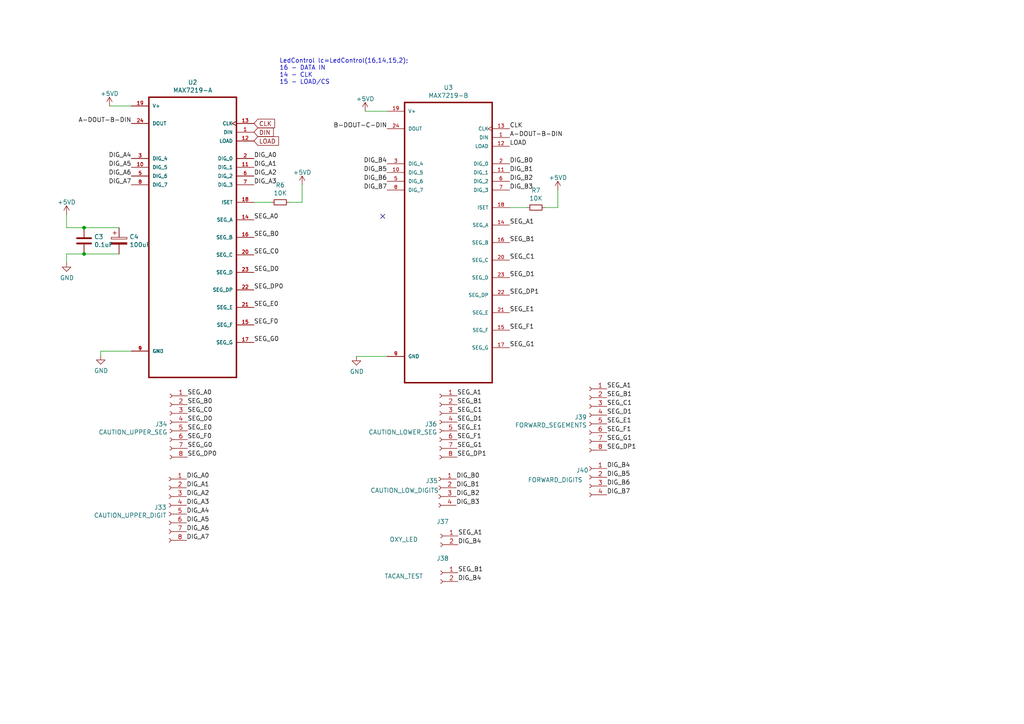
<source format=kicad_sch>
(kicad_sch (version 20211123) (generator eeschema)
  (paper "A4")
  (lib_symbols
    (symbol "Connector:Conn_01x02_Female" (pin_names (offset 1.016) hide)
      (property "Reference" "J" (at 0 2.54 0))
      (property "Value" "Conn_01x02_Female" (at 0 -5.08 0))
      (symbol "Conn_01x02_Female_1_1"
        (arc (start 0 -2.032) (mid -0.508 -2.54) (end 0 -3.048) (stroke (width 0.1524)))
        (polyline (pts (xy -1.27 -2.54) (xy -0.508 -2.54)) (stroke (width 0.1524)))
        (polyline (pts (xy -1.27 0) (xy -0.508 0)) (stroke (width 0.1524)))
        (arc (start 0 0.508) (mid -0.508 0) (end 0 -0.508) (stroke (width 0.1524)))
        (pin passive line (at -5.08 0 0) (length 3.81) (name "Pin_1") (number "1"))
        (pin passive line (at -5.08 -2.54 0) (length 3.81) (name "Pin_2") (number "2"))
      )
    )
    (symbol "Connector:Conn_01x04_Female" (pin_names (offset 1.016) hide)
      (property "Reference" "J" (at 0 5.08 0))
      (property "Value" "Conn_01x04_Female" (at 0 -7.62 0))
      (symbol "Conn_01x04_Female_1_1"
        (arc (start 0 -4.572) (mid -0.508 -5.08) (end 0 -5.588) (stroke (width 0.1524)))
        (arc (start 0 -2.032) (mid -0.508 -2.54) (end 0 -3.048) (stroke (width 0.1524)))
        (polyline (pts (xy -1.27 -5.08) (xy -0.508 -5.08)) (stroke (width 0.1524)))
        (polyline (pts (xy -1.27 -2.54) (xy -0.508 -2.54)) (stroke (width 0.1524)))
        (polyline (pts (xy -1.27 0) (xy -0.508 0)) (stroke (width 0.1524)))
        (polyline (pts (xy -1.27 2.54) (xy -0.508 2.54)) (stroke (width 0.1524)))
        (arc (start 0 0.508) (mid -0.508 0) (end 0 -0.508) (stroke (width 0.1524)))
        (arc (start 0 3.048) (mid -0.508 2.54) (end 0 2.032) (stroke (width 0.1524)))
        (pin passive line (at -5.08 2.54 0) (length 3.81) (name "Pin_1") (number "1"))
        (pin passive line (at -5.08 0 0) (length 3.81) (name "Pin_2") (number "2"))
        (pin passive line (at -5.08 -2.54 0) (length 3.81) (name "Pin_3") (number "3"))
        (pin passive line (at -5.08 -5.08 0) (length 3.81) (name "Pin_4") (number "4"))
      )
    )
    (symbol "Connector:Conn_01x08_Female" (pin_names (offset 1.016) hide)
      (property "Reference" "J" (at 0 10.16 0))
      (property "Value" "Conn_01x08_Female" (at 0 -12.7 0))
      (symbol "Conn_01x08_Female_1_1"
        (arc (start 0 -9.652) (mid -0.508 -10.16) (end 0 -10.668) (stroke (width 0.1524)))
        (arc (start 0 -7.112) (mid -0.508 -7.62) (end 0 -8.128) (stroke (width 0.1524)))
        (arc (start 0 -4.572) (mid -0.508 -5.08) (end 0 -5.588) (stroke (width 0.1524)))
        (arc (start 0 -2.032) (mid -0.508 -2.54) (end 0 -3.048) (stroke (width 0.1524)))
        (polyline (pts (xy -1.27 -10.16) (xy -0.508 -10.16)) (stroke (width 0.1524)))
        (polyline (pts (xy -1.27 -7.62) (xy -0.508 -7.62)) (stroke (width 0.1524)))
        (polyline (pts (xy -1.27 -5.08) (xy -0.508 -5.08)) (stroke (width 0.1524)))
        (polyline (pts (xy -1.27 -2.54) (xy -0.508 -2.54)) (stroke (width 0.1524)))
        (polyline (pts (xy -1.27 0) (xy -0.508 0)) (stroke (width 0.1524)))
        (polyline (pts (xy -1.27 2.54) (xy -0.508 2.54)) (stroke (width 0.1524)))
        (polyline (pts (xy -1.27 5.08) (xy -0.508 5.08)) (stroke (width 0.1524)))
        (polyline (pts (xy -1.27 7.62) (xy -0.508 7.62)) (stroke (width 0.1524)))
        (arc (start 0 0.508) (mid -0.508 0) (end 0 -0.508) (stroke (width 0.1524)))
        (arc (start 0 3.048) (mid -0.508 2.54) (end 0 2.032) (stroke (width 0.1524)))
        (arc (start 0 5.588) (mid -0.508 5.08) (end 0 4.572) (stroke (width 0.1524)))
        (arc (start 0 8.128) (mid -0.508 7.62) (end 0 7.112) (stroke (width 0.1524)))
        (pin passive line (at -5.08 7.62 0) (length 3.81) (name "Pin_1") (number "1"))
        (pin passive line (at -5.08 5.08 0) (length 3.81) (name "Pin_2") (number "2"))
        (pin passive line (at -5.08 2.54 0) (length 3.81) (name "Pin_3") (number "3"))
        (pin passive line (at -5.08 0 0) (length 3.81) (name "Pin_4") (number "4"))
        (pin passive line (at -5.08 -2.54 0) (length 3.81) (name "Pin_5") (number "5"))
        (pin passive line (at -5.08 -5.08 0) (length 3.81) (name "Pin_6") (number "6"))
        (pin passive line (at -5.08 -7.62 0) (length 3.81) (name "Pin_7") (number "7"))
        (pin passive line (at -5.08 -10.16 0) (length 3.81) (name "Pin_8") (number "8"))
      )
    )
    (symbol "Device:C" (pin_numbers hide) (pin_names (offset 0.254))
      (property "Reference" "C" (at 0.635 2.54 0))
      (property "Value" "C" (at 0.635 -2.54 0))
      (symbol "C_0_1"
        (polyline (pts (xy -2.032 -0.762) (xy 2.032 -0.762)) (stroke (width 0.508)))
        (polyline (pts (xy -2.032 0.762) (xy 2.032 0.762)) (stroke (width 0.508)))
      )
      (symbol "C_1_1"
        (pin passive line (at 0 3.81 270) (length 2.794) (name "~") (number "1"))
        (pin passive line (at 0 -3.81 90) (length 2.794) (name "~") (number "2"))
      )
    )
    (symbol "Device:R_Small" (pin_numbers hide) (pin_names (offset 0.254) hide)
      (property "Reference" "R" (at 0.762 0.508 0))
      (property "Value" "R_Small" (at 0.762 -1.016 0))
      (symbol "R_Small_0_1"
        (rectangle (start -0.762 1.778) (end 0.762 -1.778) (stroke (width 0.2032)))
      )
      (symbol "R_Small_1_1"
        (pin passive line (at 0 2.54 270) (length 0.762) (name "~") (number "1"))
        (pin passive line (at 0 -2.54 90) (length 0.762) (name "~") (number "2"))
      )
    )
    (symbol "OH---UIP---Led-Distribution-rescue:CP-Device" (pin_numbers hide) (pin_names (offset 0.254))
      (property "Reference" "C" (at 0.635 2.54 0))
      (property "Value" "CP-Device" (at 0.635 -2.54 0))
      (symbol "CP-Device_0_1"
        (rectangle (start -2.286 0.508) (end 2.286 1.016))
        (polyline (pts (xy -1.778 2.286) (xy -0.762 2.286)))
        (polyline (pts (xy -1.27 2.794) (xy -1.27 1.778)))
        (rectangle (start 2.286 -0.508) (end -2.286 -1.016) (fill (type outline)))
      )
      (symbol "CP-Device_1_1"
        (pin passive line (at 0 3.81 270) (length 2.794) (name "~") (number "1"))
        (pin passive line (at 0 -3.81 90) (length 2.794) (name "~") (number "2"))
      )
    )
    (symbol "OH---UIP---Led-Distribution-rescue:MAX7219ENG-MAX7219ENG-Max7219-rescue" (pin_names (offset 1.016))
      (property "Reference" "U" (at -12.7 41.6306 0))
      (property "Value" "OH---UIP---Led-Distribution-rescue_MAX7219ENG-MAX7219ENG-Max7219-rescue" (at -12.7 -44.6278 0))
      (symbol "MAX7219ENG-MAX7219ENG-Max7219-rescue_0_0"
        (polyline (pts (xy -12.7 -40.64) (xy -12.7 40.64)) (stroke (width 0.4064)))
        (polyline (pts (xy -12.7 40.64) (xy 12.7 40.64)) (stroke (width 0.4064)))
        (polyline (pts (xy 12.7 -40.64) (xy -12.7 -40.64)) (stroke (width 0.4064)))
        (polyline (pts (xy 12.7 40.64) (xy 12.7 -40.64)) (stroke (width 0.4064)))
        (pin input line (at -17.78 30.48 0) (length 5.08) (name "DIN") (number "1"))
        (pin bidirectional line (at 17.78 20.32 180) (length 5.08) (name "DIG_5") (number "10"))
        (pin bidirectional line (at -17.78 20.32 0) (length 5.08) (name "DIG_1") (number "11"))
        (pin input line (at -17.78 27.94 0) (length 5.08) (name "LOAD") (number "12"))
        (pin input clock (at -17.78 33.02 0) (length 5.08) (name "CLK") (number "13"))
        (pin bidirectional line (at -17.78 5.08 0) (length 5.08) (name "SEG_A") (number "14"))
        (pin bidirectional line (at -17.78 -25.4 0) (length 5.08) (name "SEG_F") (number "15"))
        (pin bidirectional line (at -17.78 0 0) (length 5.08) (name "SEG_B") (number "16"))
        (pin bidirectional line (at -17.78 -30.48 0) (length 5.08) (name "SEG_G") (number "17"))
        (pin bidirectional line (at -17.78 10.16 0) (length 5.08) (name "ISET") (number "18"))
        (pin power_in line (at 17.78 38.1 180) (length 5.08) (name "V+") (number "19"))
        (pin bidirectional line (at -17.78 22.86 0) (length 5.08) (name "DIG_0") (number "2"))
        (pin bidirectional line (at -17.78 -5.08 0) (length 5.08) (name "SEG_C") (number "20"))
        (pin bidirectional line (at -17.78 -20.32 0) (length 5.08) (name "SEG_E") (number "21"))
        (pin bidirectional line (at -17.78 -15.24 0) (length 5.08) (name "SEG_DP") (number "22"))
        (pin bidirectional line (at -17.78 -10.16 0) (length 5.08) (name "SEG_D") (number "23"))
        (pin output line (at 17.78 33.02 180) (length 5.08) (name "DOUT") (number "24"))
        (pin bidirectional line (at 17.78 22.86 180) (length 5.08) (name "DIG_4") (number "3"))
        (pin power_in line (at 17.78 -33.02 180) (length 5.08) (name "GND") (number "4"))
        (pin bidirectional line (at 17.78 17.78 180) (length 5.08) (name "DIG_6") (number "5"))
        (pin bidirectional line (at -17.78 17.78 0) (length 5.08) (name "DIG_2") (number "6"))
        (pin bidirectional line (at -17.78 15.24 0) (length 5.08) (name "DIG_3") (number "7"))
        (pin bidirectional line (at 17.78 15.24 180) (length 5.08) (name "DIG_7") (number "8"))
        (pin power_in line (at 17.78 -33.02 180) (length 5.08) (name "GND") (number "9"))
      )
    )
    (symbol "power:+5VD" (power) (pin_names (offset 0))
      (property "Value" "+5VD" (at 0 3.556 0))
      (symbol "+5VD_0_1"
        (polyline (pts (xy -0.762 1.27) (xy 0 2.54)))
        (polyline (pts (xy 0 0) (xy 0 2.54)))
        (polyline (pts (xy 0 2.54) (xy 0.762 1.27)))
      )
      (symbol "+5VD_1_1"
        (pin power_in line (at 0 0 90) (length 0) hide (name "+5VD") (number "1"))
      )
    )
    (symbol "power:GND" (power) (pin_names (offset 0))
      (property "Value" "GND" (at 0 -3.81 0))
      (symbol "GND_0_1"
        (polyline (pts (xy 0 0) (xy 0 -1.27) (xy 1.27 -1.27) (xy 0 -2.54) (xy -1.27 -1.27) (xy 0 -1.27)))
      )
      (symbol "GND_1_1"
        (pin power_in line (at 0 0 270) (length 0) hide (name "GND") (number "1"))
      )
    )
  )
  (junction (at 24.384 73.66))
  (junction (at 24.384 66.04))
  (no_connect (at 110.998 62.738))
  (wire (pts (xy 105.918 32.258) (xy 112.268 32.258)))
  (wire (pts (xy 38.1 101.854) (xy 29.21 101.854)))
  (wire (pts (xy 87.63 58.674) (xy 87.63 53.594)))
  (wire (pts (xy 73.66 58.674) (xy 78.74 58.674)))
  (wire (pts (xy 112.268 103.378) (xy 103.378 103.378)))
  (wire (pts (xy 19.304 66.04) (xy 24.384 66.04)))
  (wire (pts (xy 161.798 60.198) (xy 161.798 55.118)))
  (wire (pts (xy 29.21 101.854) (xy 29.21 103.124)))
  (wire (pts (xy 34.544 73.66) (xy 24.384 73.66)))
  (wire (pts (xy 34.544 66.04) (xy 24.384 66.04)))
  (wire (pts (xy 31.75 30.734) (xy 38.1 30.734)))
  (wire (pts (xy 19.304 73.66) (xy 19.304 76.2)))
  (wire (pts (xy 19.304 62.23) (xy 19.304 66.04)))
  (wire (pts (xy 83.82 58.674) (xy 87.63 58.674)))
  (wire (pts (xy 157.988 60.198) (xy 161.798 60.198)))
  (wire (pts (xy 147.828 60.198) (xy 152.908 60.198)))
  (wire (pts (xy 24.384 73.66) (xy 19.304 73.66)))
  (text "LedControl lc=LedControl(16,14,15,2);\n16 - DATA IN\n14 - CLK\n15 - LOAD/CS" (at 81.026 24.638 0) (effects (font (size 1.27 1.27)) (justify left bottom)))
  (label "SEG_G0" (at 54.356 130.048 0))
  (label "DIG_A0" (at 54.102 138.938 0))
  (label "DIG_A5" (at 38.1 48.514 180))
  (label "DIG_A2" (at 73.66 51.054 0))
  (label "SEG_F0" (at 54.356 127.508 0))
  (label "DIG_A1" (at 73.66 48.514 0))
  (label "DIG_B2" (at 132.334 144.018 0))
  (label "DIG_A7" (at 54.102 156.718 0))
  (label "SEG_A1" (at 132.588 114.808 0))
  (label "DIG_B4" (at 132.842 168.656 0))
  (label "DIG_A4" (at 54.102 149.098 0))
  (label "DIG_B5" (at 112.268 50.038 180))
  (label "SEG_B1" (at 176.022 115.316 0))
  (label "SEG_D1" (at 176.022 120.396 0))
  (label "A-DOUT-B-DIN" (at 147.828 39.878 0))
  (label "DIG_B3" (at 147.828 55.118 0))
  (label "SEG_E1" (at 132.588 124.968 0))
  (label "SEG_G0" (at 73.66 99.314 0))
  (label "DIG_B7" (at 176.022 143.51 0))
  (label "SEG_B1" (at 132.588 117.348 0))
  (label "DIG_A6" (at 54.102 154.178 0))
  (label "DIG_A5" (at 54.102 151.638 0))
  (label "SEG_C0" (at 54.356 119.888 0))
  (label "SEG_A1" (at 176.022 112.776 0))
  (label "DIG_B6" (at 112.268 52.578 180))
  (label "DIG_B0" (at 132.334 138.938 0))
  (label "DIG_B3" (at 132.334 146.558 0))
  (label "SEG_A0" (at 73.66 63.754 0))
  (label "SEG_B1" (at 132.842 166.116 0))
  (label "SEG_D1" (at 132.588 122.428 0))
  (label "B-DOUT-C-DIN" (at 112.268 37.338 180))
  (label "SEG_F1" (at 176.022 125.476 0))
  (label "LOAD" (at 147.828 42.418 0))
  (label "DIG_A4" (at 38.1 45.974 180))
  (label "SEG_C0" (at 73.66 73.914 0))
  (label "DIG_A3" (at 73.66 53.594 0))
  (label "DIG_A0" (at 73.66 45.974 0))
  (label "SEG_D1" (at 147.828 80.518 0))
  (label "SEG_F1" (at 132.588 127.508 0))
  (label "SEG_E1" (at 176.022 122.936 0))
  (label "DIG_A7" (at 38.1 53.594 180))
  (label "DIG_B7" (at 112.268 55.118 180))
  (label "DIG_B4" (at 112.268 47.498 180))
  (label "DIG_B2" (at 147.828 52.578 0))
  (label "SEG_E1" (at 147.828 90.678 0))
  (label "SEG_DP1" (at 132.588 132.588 0))
  (label "SEG_B0" (at 73.66 68.834 0))
  (label "DIG_A2" (at 54.102 144.018 0))
  (label "DIG_B5" (at 176.022 138.43 0))
  (label "SEG_G1" (at 147.828 100.838 0))
  (label "SEG_DP1" (at 147.828 85.598 0))
  (label "DIG_A3" (at 54.102 146.558 0))
  (label "SEG_A1" (at 132.842 155.448 0))
  (label "SEG_DP1" (at 176.022 130.556 0))
  (label "SEG_F0" (at 73.66 94.234 0))
  (label "SEG_B1" (at 147.828 70.358 0))
  (label "DIG_B6" (at 176.022 140.97 0))
  (label "CLK" (at 147.828 37.338 0))
  (label "SEG_DP0" (at 73.66 84.074 0))
  (label "SEG_F1" (at 147.828 95.758 0))
  (label "SEG_C1" (at 132.588 119.888 0))
  (label "DIG_A6" (at 38.1 51.054 180))
  (label "SEG_B0" (at 54.356 117.348 0))
  (label "SEG_G1" (at 132.588 130.048 0))
  (label "DIG_B1" (at 147.828 50.038 0))
  (label "SEG_A1" (at 147.828 65.278 0))
  (label "DIG_A1" (at 54.102 141.478 0))
  (label "SEG_E0" (at 54.356 124.968 0))
  (label "DIG_B0" (at 147.828 47.498 0))
  (label "DIG_B1" (at 132.334 141.478 0))
  (label "DIG_B4" (at 176.022 135.89 0))
  (label "SEG_A0" (at 54.356 114.808 0))
  (label "SEG_C1" (at 176.022 117.856 0))
  (label "SEG_D0" (at 54.356 122.428 0))
  (label "SEG_G1" (at 176.022 128.016 0))
  (label "DIG_B4" (at 132.842 157.988 0))
  (label "SEG_DP0" (at 54.356 132.588 0))
  (label "SEG_C1" (at 147.828 75.438 0))
  (label "SEG_E0" (at 73.66 89.154 0))
  (label "A-DOUT-B-DIN" (at 38.1 35.814 180))
  (label "SEG_D0" (at 73.66 78.994 0))
  (global_label "CLK" (shape input) (at 73.66 35.814 0) (property "Intersheet References" "${INTERSHEET_REFS}" (effects hide)))
  (global_label "LOAD" (shape input) (at 73.66 40.894 0) (property "Intersheet References" "${INTERSHEET_REFS}" (effects hide)))
  (global_label "DIN" (shape input) (at 73.66 38.354 0) (property "Intersheet References" "${INTERSHEET_REFS}" (effects hide)))
  (symbol (lib_id "Connector:Conn_01x04_Female") (at 127.254 141.478 0) (mirror y) (unit 1)
    (property "Reference" "J35" (at 125.222 139.446 0))
    (property "Value" "CAUTION_LOW_DIGITS" (at 117.348 142.24 0))
    (property "Footprint" "Connector_Molex:Molex_KK-254_AE-6410-04A_1x04_P2.54mm_Vertical" (effects hide))
  )
  (symbol (lib_id "power:+5VD") (at 161.798 55.118 0) (unit 1)
    (property "Reference" "#PWR051" (effects hide))
    (property "Value" "+5VD" (at 161.798 51.5422 0))
  )
  (symbol (lib_id "Connector:Conn_01x08_Female") (at 170.942 120.396 0) (mirror y) (unit 1)
    (property "Reference" "J39" (at 170.2308 121.0056 0) (effects (justify left)))
    (property "Value" "FORWARD_SEGEMENTS" (at 170.2308 123.317 0) (effects (justify left)))
    (property "Footprint" "Connector_Molex:Molex_KK-254_AE-6410-08A_1x08_P2.54mm_Vertical" (effects hide))
  )
  (symbol (lib_id "Connector:Conn_01x08_Female") (at 49.022 146.558 0) (mirror y) (unit 1)
    (property "Reference" "J33" (at 48.3108 147.1676 0) (effects (justify left)))
    (property "Value" "CAUTION_UPPER_DIGIT" (at 48.3108 149.479 0) (effects (justify left)))
    (property "Footprint" "Connector_Molex:Molex_KK-254_AE-6410-08A_1x08_P2.54mm_Vertical" (effects hide))
  )
  (symbol (lib_id "Device:R_Small") (at 81.28 58.674 270) (unit 1)
    (property "Reference" "R6" (at 81.28 53.6956 90))
    (property "Value" "10K" (at 81.28 56.007 90))
    (property "Footprint" "Resistor_THT:R_Axial_DIN0204_L3.6mm_D1.6mm_P2.54mm_Vertical" (effects hide))
  )
  (symbol (lib_id "power:+5VD") (at 31.75 30.734 0) (unit 1)
    (property "Reference" "#PWR047" (effects hide))
    (property "Value" "+5VD" (at 31.75 27.1582 0))
  )
  (symbol (lib_id "Connector:Conn_01x02_Female") (at 127.762 166.116 0) (mirror y) (unit 1)
    (property "Reference" "J38" (at 128.397 161.959 0))
    (property "Value" "TACAN_TEST" (at 117.094 167.132 0))
    (property "Footprint" "Connector_Molex:Molex_KK-254_AE-6410-02A_1x02_P2.54mm_Vertical" (effects hide))
  )
  (symbol (lib_id "power:GND") (at 29.21 103.124 0) (unit 1)
    (property "Reference" "#PWR046" (effects hide))
    (property "Value" "GND" (at 29.337 107.5182 0))
  )
  (symbol (lib_id "power:GND") (at 19.304 76.2 0) (unit 1)
    (property "Reference" "#PWR045" (effects hide))
    (property "Value" "GND" (at 19.431 80.5942 0))
  )
  (symbol (lib_id "power:+5VD") (at 87.63 53.594 0) (unit 1)
    (property "Reference" "#PWR048" (effects hide))
    (property "Value" "+5VD" (at 87.63 50.0182 0))
  )
  (symbol (lib_id "power:GND") (at 103.378 103.378 0) (unit 1)
    (property "Reference" "#PWR049" (effects hide))
    (property "Value" "GND" (at 103.505 107.7722 0))
  )
  (symbol (lib_id "Device:C") (at 24.384 69.85 0) (unit 1)
    (property "Reference" "C3" (at 27.305 68.6816 0) (effects (justify left)))
    (property "Value" "0.1uF" (at 27.305 70.993 0) (effects (justify left)))
    (property "Footprint" "Capacitor_THT:C_Disc_D5.1mm_W3.2mm_P5.00mm" (effects hide))
  )
  (symbol (lib_id "power:+5VD") (at 19.304 62.23 0) (unit 1)
    (property "Reference" "#PWR044" (effects hide))
    (property "Value" "+5VD" (at 19.304 58.6542 0))
  )
  (symbol (lib_id "power:+5VD") (at 105.918 32.258 0) (unit 1)
    (property "Reference" "#PWR050" (effects hide))
    (property "Value" "+5VD" (at 105.918 28.6822 0))
  )
  (symbol (lib_id "Connector:Conn_01x04_Female") (at 170.942 138.43 0) (mirror y) (unit 1)
    (property "Reference" "J40" (at 168.91 136.398 0))
    (property "Value" "FORWARD_DIGITS" (at 161.036 139.192 0))
    (property "Footprint" "Connector_Molex:Molex_KK-254_AE-6410-04A_1x04_P2.54mm_Vertical" (effects hide))
  )
  (symbol (lib_id "Connector:Conn_01x08_Female") (at 49.276 122.428 0) (mirror y) (unit 1)
    (property "Reference" "J34" (at 48.5648 123.0376 0) (effects (justify left)))
    (property "Value" "CAUTION_UPPER_SEG" (at 48.5648 125.349 0) (effects (justify left)))
    (property "Footprint" "Connector_Molex:Molex_KK-254_AE-6410-08A_1x08_P2.54mm_Vertical" (effects hide))
  )
  (symbol (lib_id "Connector:Conn_01x02_Female") (at 127.762 155.448 0) (mirror y) (unit 1)
    (property "Reference" "J37" (at 128.397 151.291 0))
    (property "Value" "OXY_LED" (at 117.094 156.464 0))
    (property "Footprint" "Connector_Molex:Molex_KK-254_AE-6410-02A_1x02_P2.54mm_Vertical" (effects hide))
  )
  (symbol (lib_id "OH---UIP---Led-Distribution-rescue:MAX7219ENG-MAX7219ENG-Max7219-rescue") (at 55.88 68.834 0) (mirror y) (unit 1)
    (property "Reference" "U2" (at 55.88 23.876 0))
    (property "Value" "MAX7219-A" (at 55.88 26.1874 0))
    (property "Footprint" "Package_DIP:DIP-24_W7.62mm_Socket" (effects hide))
    (property "Field4" "MAX7219ENG+" (effects hide))
    (property "Field5" "https://www.digikey.com.au/product-detail/en/maxim-integrated/MAX7219ENG-/MAX7219ENG--ND/774127?utm_source=snapeda&utm_medium=aggregator&utm_campaign=symbol" (effects hide))
    (property "Field6" "Maxim Integrated" (effects hide))
    (property "Field7" "MAX7219ENG+-ND" (effects hide))
    (property "Field8" "Driver; LED controller; 330mA; Channels: 2; DIP24" (effects hide))
  )
  (symbol (lib_id "Device:R_Small") (at 155.448 60.198 270) (unit 1)
    (property "Reference" "R7" (at 155.448 55.2196 90))
    (property "Value" "10K" (at 155.448 57.531 90))
    (property "Footprint" "Resistor_THT:R_Axial_DIN0204_L3.6mm_D1.6mm_P2.54mm_Vertical" (effects hide))
  )
  (symbol (lib_id "OH---UIP---Led-Distribution-rescue:MAX7219ENG-MAX7219ENG-Max7219-rescue") (at 130.048 70.358 0) (mirror y) (unit 1)
    (property "Reference" "U3" (at 130.048 25.4 0))
    (property "Value" "MAX7219-B" (at 130.048 27.7114 0))
    (property "Footprint" "Package_DIP:DIP-24_W7.62mm_Socket" (effects hide))
    (property "Field4" "MAX7219ENG+" (effects hide))
    (property "Field5" "https://www.digikey.com.au/product-detail/en/maxim-integrated/MAX7219ENG-/MAX7219ENG--ND/774127?utm_source=snapeda&utm_medium=aggregator&utm_campaign=symbol" (effects hide))
    (property "Field6" "Maxim Integrated" (effects hide))
    (property "Field7" "MAX7219ENG+-ND" (effects hide))
    (property "Field8" "Driver; LED controller; 330mA; Channels: 2; DIP24" (effects hide))
  )
  (symbol (lib_id "OH---UIP---Led-Distribution-rescue:CP-Device") (at 34.544 69.85 0) (unit 1)
    (property "Reference" "C4" (at 37.5412 68.6816 0) (effects (justify left)))
    (property "Value" "100uF" (at 37.5412 70.993 0) (effects (justify left)))
    (property "Footprint" "Capacitor_THT:CP_Radial_D8.0mm_P5.00mm" (effects hide))
  )
  (symbol (lib_id "Connector:Conn_01x08_Female") (at 127.508 122.428 0) (mirror y) (unit 1)
    (property "Reference" "J36" (at 126.7968 123.0376 0) (effects (justify left)))
    (property "Value" "CAUTION_LOWER_SEG" (at 126.7968 125.349 0) (effects (justify left)))
    (property "Footprint" "Connector_Molex:Molex_KK-254_AE-6410-08A_1x08_P2.54mm_Vertical" (effects hide))
  )
)
</source>
